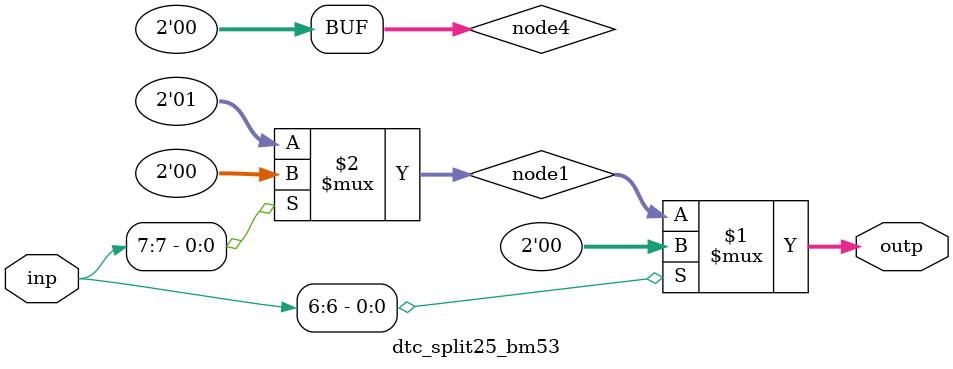
<source format=v>
module dtc_split25_bm53 (
	input  wire [8-1:0] inp,
	output wire [2-1:0] outp
);

	wire [2-1:0] node1;
	wire [2-1:0] node4;

	assign outp = (inp[6]) ? node4 : node1;
		assign node1 = (inp[7]) ? 2'b00 : 2'b01;
		assign node4 = (inp[3]) ? 2'b00 : 2'b00;

endmodule
</source>
